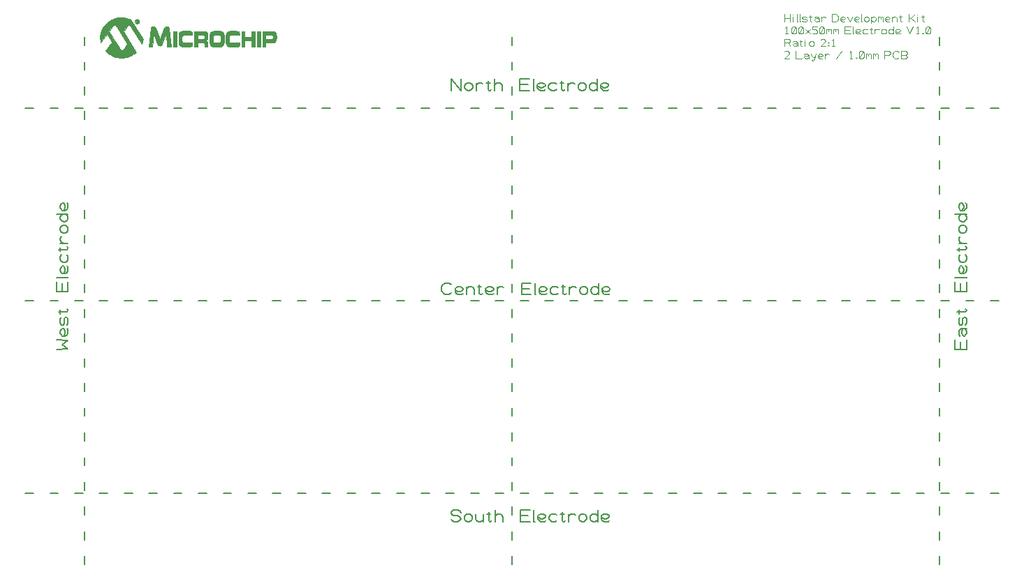
<source format=gbr>
G04 GENERATED BY PULSONIX 7.0 GERBER.DLL 4573*
%INHILLSTAR_100X50_EL_V1_0*%
%LNGERBER_SILKSCREEN_TOP*%
%FSLAX33Y33*%
%IPPOS*%
%LPD*%
%OFA0B0*%
%MOMM*%
%ADD15C,0.125*%
%ADD17C,0.200*%
%ADD1845C,0.010*%
X0Y0D02*
D02*
D15*
X162859Y160845D02*
X162859Y161727D01*
Y161286D02*
X163594Y161286D01*
Y160845D02*
X163594Y161727D01*
X163871Y160845D02*
X163871Y161433D01*
Y161654D02*
X163872Y161655D01*
X164482Y160845D02*
X164409Y160845D01*
Y161727*
X164795Y160845D02*
X164721Y160845D01*
Y161727*
X165034Y160919D02*
X165181Y160845D01*
X165475*
X165622Y160919*
Y161066*
X165475Y161139*
X165181*
X165034Y161213*
Y161360*
X165181Y161433*
X165475*
X165622Y161360*
X165884Y161433D02*
X166178Y161433D01*
X166031Y161580D02*
X166031Y160919D01*
X166104Y160845*
X166178*
X166251Y160919*
X166509Y161360D02*
X166656Y161433D01*
X166876*
X167023Y161360*
X167097Y161213*
Y160992*
X167023Y160919*
X166876Y160845*
X166729*
X166582Y160919*
X166509Y160992*
Y161066*
X166582Y161139*
X166729Y161213*
X166876*
X167023Y161139*
X167097Y161066*
Y160992D02*
X167097Y160845D01*
X167359D02*
X167359Y161433D01*
Y161213D02*
X167432Y161360D01*
X167579Y161433*
X167726*
X167873Y161360*
X168671Y160845D02*
X168671Y161727D01*
X169112*
X169259Y161654*
X169333Y161580*
X169407Y161433*
Y161139*
X169333Y160992*
X169259Y160919*
X169112Y160845*
X168671*
X170272Y160919D02*
X170198Y160845D01*
X170051*
X169904*
X169757Y160919*
X169684Y161066*
Y161286*
X169757Y161360*
X169904Y161433*
X170051*
X170198Y161360*
X170272Y161286*
Y161213*
X170198Y161139*
X170051Y161066*
X169904*
X169757Y161139*
X169684Y161213*
X170534Y161433D02*
X170828Y160845D01*
X171122Y161433*
X171972Y160919D02*
X171898Y160845D01*
X171751*
X171604*
X171457Y160919*
X171384Y161066*
Y161286*
X171457Y161360*
X171604Y161433*
X171751*
X171898Y161360*
X171972Y161286*
Y161213*
X171898Y161139*
X171751Y161066*
X171604*
X171457Y161139*
X171384Y161213*
X172307Y160845D02*
X172234Y160845D01*
Y161727*
X172546Y161066D02*
X172620Y160919D01*
X172767Y160845*
X172914*
X173061Y160919*
X173134Y161066*
Y161213*
X173061Y161360*
X172914Y161433*
X172767*
X172620Y161360*
X172546Y161213*
Y161066*
X173396Y161433D02*
X173396Y160625D01*
Y161066D02*
X173470Y160919D01*
X173617Y160845*
X173764*
X173911Y160919*
X173984Y161066*
Y161213*
X173911Y161360*
X173764Y161433*
X173617*
X173470Y161360*
X173396Y161213*
Y161066*
X174246Y160845D02*
X174246Y161433D01*
Y161360D02*
X174320Y161433D01*
X174467*
X174540Y161360*
Y161139*
Y161360D02*
X174614Y161433D01*
X174761*
X174834Y161360*
Y160845*
X175684Y160919D02*
X175611Y160845D01*
X175464*
X175317*
X175170Y160919*
X175096Y161066*
Y161286*
X175170Y161360*
X175317Y161433*
X175464*
X175611Y161360*
X175684Y161286*
Y161213*
X175611Y161139*
X175464Y161066*
X175317*
X175170Y161139*
X175096Y161213*
X175946Y160845D02*
X175946Y161433D01*
Y161213D02*
X176020Y161360D01*
X176167Y161433*
X176314*
X176461Y161360*
X176534Y161213*
Y160845*
X176796Y161433D02*
X177090Y161433D01*
X176943Y161580D02*
X176943Y160919D01*
X177017Y160845*
X177090*
X177164Y160919*
X177959Y160845D02*
X177959Y161727D01*
Y161286D02*
X178179Y161286D01*
X178694Y161727*
X178179Y161286D02*
X178694Y160845D01*
X178971D02*
X178971Y161433D01*
Y161654D02*
X178972Y161655D01*
X179509Y161433D02*
X179803Y161433D01*
X179656Y161580D02*
X179656Y160919D01*
X179729Y160845*
X179803*
X179876Y160919*
X163006Y159345D02*
X163300Y159345D01*
X163153D02*
X163153Y160227D01*
X163006Y160080*
X163782Y159419D02*
X163929Y159345D01*
X164076*
X164223Y159419*
X164297Y159566*
Y160007*
X164223Y160154*
X164076Y160227*
X163929*
X163782Y160154*
X163709Y160007*
Y159566*
X163782Y159419*
X164223Y160154*
X164632Y159419D02*
X164779Y159345D01*
X164926*
X165073Y159419*
X165147Y159566*
Y160007*
X165073Y160154*
X164926Y160227*
X164779*
X164632Y160154*
X164559Y160007*
Y159566*
X164632Y159419*
X165073Y160154*
X165409Y159345D02*
X165997Y159933D01*
Y159345D02*
X165409Y159933D01*
X166259Y159419D02*
X166406Y159345D01*
X166626*
X166773Y159419*
X166847Y159566*
Y159639*
X166773Y159786*
X166626Y159860*
X166259*
Y160227*
X166847*
X167182Y159419D02*
X167329Y159345D01*
X167476*
X167623Y159419*
X167697Y159566*
Y160007*
X167623Y160154*
X167476Y160227*
X167329*
X167182Y160154*
X167109Y160007*
Y159566*
X167182Y159419*
X167623Y160154*
X167959Y159345D02*
X167959Y159933D01*
Y159860D02*
X168032Y159933D01*
X168179*
X168253Y159860*
Y159639*
Y159860D02*
X168326Y159933D01*
X168473*
X168547Y159860*
Y159345*
X168809D02*
X168809Y159933D01*
Y159860D02*
X168882Y159933D01*
X169029*
X169103Y159860*
Y159639*
Y159860D02*
X169176Y159933D01*
X169323*
X169397Y159860*
Y159345*
X170196D02*
X170196Y160227D01*
X170932*
X170784Y159786D02*
X170196Y159786D01*
Y159345D02*
X170932Y159345D01*
X171282D02*
X171209Y159345D01*
Y160227*
X172109Y159419D02*
X172036Y159345D01*
X171889*
X171742*
X171595Y159419*
X171521Y159566*
Y159786*
X171595Y159860*
X171742Y159933*
X171889*
X172036Y159860*
X172109Y159786*
Y159713*
X172036Y159639*
X171889Y159566*
X171742*
X171595Y159639*
X171521Y159713*
X172959Y159860D02*
X172812Y159933D01*
X172592*
X172445Y159860*
X172371Y159713*
Y159566*
X172445Y159419*
X172592Y159345*
X172812*
X172959Y159419*
X173221Y159933D02*
X173515Y159933D01*
X173368Y160080D02*
X173368Y159419D01*
X173442Y159345*
X173515*
X173589Y159419*
X173846Y159345D02*
X173846Y159933D01*
Y159713D02*
X173920Y159860D01*
X174067Y159933*
X174214*
X174361Y159860*
X174621Y159566D02*
X174695Y159419D01*
X174842Y159345*
X174989*
X175136Y159419*
X175209Y159566*
Y159713*
X175136Y159860*
X174989Y159933*
X174842*
X174695Y159860*
X174621Y159713*
Y159566*
X176059Y159713D02*
X175986Y159860D01*
X175839Y159933*
X175692*
X175545Y159860*
X175471Y159713*
Y159566*
X175545Y159419*
X175692Y159345*
X175839*
X175986Y159419*
X176059Y159566*
Y159345D02*
X176059Y160227D01*
X176909Y159419D02*
X176836Y159345D01*
X176689*
X176542*
X176395Y159419*
X176321Y159566*
Y159786*
X176395Y159860*
X176542Y159933*
X176689*
X176836Y159860*
X176909Y159786*
Y159713*
X176836Y159639*
X176689Y159566*
X176542*
X176395Y159639*
X176321Y159713*
X177709Y160227D02*
X178076Y159345D01*
X178444Y160227*
X178868Y159345D02*
X179162Y159345D01*
X179015D02*
X179015Y160227D01*
X178868Y160080*
X179645Y159345D02*
X179718Y159419D01*
X179645Y159492*
X179571Y159419*
X179645Y159345*
X180032Y159419D02*
X180179Y159345D01*
X180326*
X180473Y159419*
X180547Y159566*
Y160007*
X180473Y160154*
X180326Y160227*
X180179*
X180032Y160154*
X179959Y160007*
Y159566*
X180032Y159419*
X180473Y160154*
X162859Y157845D02*
X162859Y158727D01*
X163373*
X163520Y158654*
X163594Y158507*
X163520Y158360*
X163373Y158286*
X162859*
X163373D02*
X163594Y157845D01*
X163871Y158360D02*
X164018Y158433D01*
X164239*
X164386Y158360*
X164459Y158213*
Y157992*
X164386Y157919*
X164239Y157845*
X164092*
X163945Y157919*
X163871Y157992*
Y158066*
X163945Y158139*
X164092Y158213*
X164239*
X164386Y158139*
X164459Y158066*
Y157992D02*
X164459Y157845D01*
X164721Y158433D02*
X165015Y158433D01*
X164868Y158580D02*
X164868Y157919D01*
X164942Y157845*
X165015*
X165089Y157919*
X165346Y157845D02*
X165346Y158433D01*
Y158654D02*
X165347Y158655D01*
X165884Y158066D02*
X165957Y157919D01*
X166104Y157845*
X166251*
X166398Y157919*
X166472Y158066*
Y158213*
X166398Y158360*
X166251Y158433*
X166104*
X165957Y158360*
X165884Y158213*
Y158066*
X167859Y157845D02*
X167271Y157845D01*
X167786Y158360*
X167859Y158507*
X167786Y158654*
X167639Y158727*
X167418*
X167271Y158654*
X168195Y157845D02*
X168268Y157919D01*
X168195Y157992*
X168121Y157919*
X168195Y157845*
Y158213D02*
X168268Y158286D01*
X168195Y158360*
X168121Y158286*
X168195Y158213*
X168656Y157845D02*
X168950Y157845D01*
X168803D02*
X168803Y158727D01*
X168656Y158580*
X163447Y156345D02*
X162859Y156345D01*
X163373Y156860*
X163447Y157007*
X163373Y157154*
X163226Y157227*
X163006*
X162859Y157154*
X164246Y157227D02*
X164246Y156345D01*
X164982*
X165259Y156860D02*
X165406Y156933D01*
X165626*
X165773Y156860*
X165847Y156713*
Y156492*
X165773Y156419*
X165626Y156345*
X165479*
X165332Y156419*
X165259Y156492*
Y156566*
X165332Y156639*
X165479Y156713*
X165626*
X165773Y156639*
X165847Y156566*
Y156492D02*
X165847Y156345D01*
X166109Y156933D02*
X166182Y156639D01*
X166329Y156492*
X166476*
X166623Y156639*
X166697Y156933*
X166623Y156639D02*
X166550Y156345D01*
X166476Y156198*
X166329Y156125*
X166182Y156198*
X167547Y156419D02*
X167473Y156345D01*
X167326*
X167179*
X167032Y156419*
X166959Y156566*
Y156786*
X167032Y156860*
X167179Y156933*
X167326*
X167473Y156860*
X167547Y156786*
Y156713*
X167473Y156639*
X167326Y156566*
X167179*
X167032Y156639*
X166959Y156713*
X167809Y156345D02*
X167809Y156933D01*
Y156713D02*
X167882Y156860D01*
X168029Y156933*
X168176*
X168323Y156860*
X169121Y156345D02*
X169857Y157227D01*
X170818Y156345D02*
X171112Y156345D01*
X170965D02*
X170965Y157227D01*
X170818Y157080*
X171595Y156345D02*
X171668Y156419D01*
X171595Y156492*
X171521Y156419*
X171595Y156345*
X171982Y156419D02*
X172129Y156345D01*
X172276*
X172423Y156419*
X172497Y156566*
Y157007*
X172423Y157154*
X172276Y157227*
X172129*
X171982Y157154*
X171909Y157007*
Y156566*
X171982Y156419*
X172423Y157154*
X172759Y156345D02*
X172759Y156933D01*
Y156860D02*
X172832Y156933D01*
X172979*
X173053Y156860*
Y156639*
Y156860D02*
X173126Y156933D01*
X173273*
X173347Y156860*
Y156345*
X173609D02*
X173609Y156933D01*
Y156860D02*
X173682Y156933D01*
X173829*
X173903Y156860*
Y156639*
Y156860D02*
X173976Y156933D01*
X174123*
X174197Y156860*
Y156345*
X174996D02*
X174996Y157227D01*
X175511*
X175658Y157154*
X175732Y157007*
X175658Y156860*
X175511Y156786*
X174996*
X176744Y156492D02*
X176670Y156419D01*
X176523Y156345*
X176303*
X176156Y156419*
X176082Y156492*
X176009Y156639*
Y156933*
X176082Y157080*
X176156Y157154*
X176303Y157227*
X176523*
X176670Y157154*
X176744Y157080*
X177536Y156786D02*
X177683Y156713D01*
X177757Y156566*
X177683Y156419*
X177536Y156345*
X177021*
Y157227*
X177536*
X177683Y157154*
X177757Y157007*
X177683Y156860*
X177536Y156786*
X177021*
D02*
D17*
X70859Y103550D02*
X71859D01*
X73859D02*
X74859D01*
X76859D02*
X77859D01*
X79859D02*
X80859D01*
X82859D02*
X83859D01*
X85859D02*
X86859D01*
X88859D02*
X89859D01*
X91859D02*
X92859D01*
X94859D02*
X95859D01*
X97859D02*
X98859D01*
X100859D02*
X101859D01*
X103859D02*
X104859D01*
X106859D02*
X107859D01*
X109859D02*
X110859D01*
X112859D02*
X113859D01*
X115859D02*
X116859D01*
X118859D02*
X119859D01*
X121859D02*
X122859D01*
X124859D02*
X125859D01*
X127859D02*
X128859D01*
X130859D02*
X131859D01*
X133859D02*
X134859D01*
X136859D02*
X137859D01*
X139859D02*
X140859D01*
X142859D02*
X143859D01*
X145859D02*
X146859D01*
X148859D02*
X149859D01*
X151859D02*
X152859D01*
X154859D02*
X155859D01*
X157859D02*
X158859D01*
X160859D02*
X161859D01*
X163859D02*
X164859D01*
X166859D02*
X167859D01*
X169859D02*
X170859D01*
X172859D02*
X173859D01*
X175859D02*
X176859D01*
X178859D02*
X179859D01*
X181859D02*
X182859D01*
X184859D02*
X185859D01*
X187859D02*
X188859D01*
X70859Y126950D02*
X71859D01*
X73859D02*
X74859D01*
X76859D02*
X77859D01*
X79859D02*
X80859D01*
X82859D02*
X83859D01*
X85859D02*
X86859D01*
X88859D02*
X89859D01*
X91859D02*
X92859D01*
X94859D02*
X95859D01*
X97859D02*
X98859D01*
X100859D02*
X101859D01*
X103859D02*
X104859D01*
X106859D02*
X107859D01*
X109859D02*
X110859D01*
X112859D02*
X113859D01*
X115859D02*
X116859D01*
X118859D02*
X119859D01*
X121859D02*
X122859D01*
X124859D02*
X125859D01*
X127859D02*
X128859D01*
X130859D02*
X131859D01*
X133859D02*
X134859D01*
X136859D02*
X137859D01*
X139859D02*
X140859D01*
X142859D02*
X143859D01*
X145859D02*
X146859D01*
X148859D02*
X149859D01*
X151859D02*
X152859D01*
X154859D02*
X155859D01*
X157859D02*
X158859D01*
X160859D02*
X161859D01*
X163859D02*
X164859D01*
X166859D02*
X167859D01*
X169859D02*
X170859D01*
X172859D02*
X173859D01*
X175859D02*
X176859D01*
X178859D02*
X179859D01*
X181859D02*
X182859D01*
X184859D02*
X185859D01*
X187859D02*
X188859D01*
X70859Y150350D02*
X71859D01*
X73859D02*
X74859D01*
X76859D02*
X77859D01*
X79859D02*
X80859D01*
X82859D02*
X83859D01*
X85859D02*
X86859D01*
X88859D02*
X89859D01*
X91859D02*
X92859D01*
X94859D02*
X95859D01*
X97859D02*
X98859D01*
X100859D02*
X101859D01*
X103859D02*
X104859D01*
X106859D02*
X107859D01*
X109859D02*
X110859D01*
X112859D02*
X113859D01*
X115859D02*
X116859D01*
X118859D02*
X119859D01*
X121859D02*
X122859D01*
X124859D02*
X125859D01*
X127859D02*
X128859D01*
X130859D02*
X131859D01*
X133859D02*
X134859D01*
X136859D02*
X137859D01*
X139859D02*
X140859D01*
X142859D02*
X143859D01*
X145859D02*
X146859D01*
X148859D02*
X149859D01*
X151859D02*
X152859D01*
X154859D02*
X155859D01*
X157859D02*
X158859D01*
X160859D02*
X161859D01*
X163859D02*
X164859D01*
X166859D02*
X167859D01*
X169859D02*
X170859D01*
X172859D02*
X173859D01*
X175859D02*
X176859D01*
X178859D02*
X179859D01*
X181859D02*
X182859D01*
X184859D02*
X185859D01*
X187859D02*
X188859D01*
X74644Y121040D02*
X76056Y121157D01*
X75350Y121628*
X76056Y122098*
X74644Y122216*
X75938Y123601D02*
X76056Y123483D01*
Y123248*
Y123012*
X75938Y122777*
X75703Y122660*
X75350*
X75232Y122777*
X75115Y123012*
Y123248*
X75232Y123483*
X75350Y123601*
X75468*
X75585Y123483*
X75703Y123248*
Y123012*
X75585Y122777*
X75468Y122660*
X75938Y124020D02*
X76056Y124255D01*
Y124725*
X75938Y124961*
X75703*
X75585Y124725*
Y124255*
X75468Y124020*
X75232*
X75115Y124255*
Y124725*
X75232Y124961*
X75115Y125380D02*
X75115Y125850D01*
X74879Y125615D02*
X75938Y125615D01*
X76056Y125732*
Y125850*
X75938Y125968*
X76056Y128100D02*
X74644Y128100D01*
Y129276*
X75350Y129041D02*
X75350Y128100D01*
X76056D02*
X76056Y129276D01*
Y129837D02*
X76056Y129720D01*
X74644*
X75938Y131161D02*
X76056Y131043D01*
Y130808*
Y130572*
X75938Y130337*
X75703Y130220*
X75350*
X75232Y130337*
X75115Y130572*
Y130808*
X75232Y131043*
X75350Y131161*
X75468*
X75585Y131043*
X75703Y130808*
Y130572*
X75585Y130337*
X75468Y130220*
X75232Y132521D02*
X75115Y132285D01*
Y131932*
X75232Y131697*
X75468Y131580*
X75703*
X75938Y131697*
X76056Y131932*
Y132285*
X75938Y132521*
X75115Y132940D02*
X75115Y133410D01*
X74879Y133175D02*
X75938Y133175D01*
X76056Y133292*
Y133410*
X75938Y133528*
X76056Y133940D02*
X75115Y133940D01*
X75468D02*
X75232Y134057D01*
X75115Y134292*
Y134528*
X75232Y134763*
X75703Y135180D02*
X75938Y135297D01*
X76056Y135532*
Y135768*
X75938Y136003*
X75703Y136121*
X75468*
X75232Y136003*
X75115Y135768*
Y135532*
X75232Y135297*
X75468Y135180*
X75703*
X75468Y137481D02*
X75232Y137363D01*
X75115Y137128*
Y136892*
X75232Y136657*
X75468Y136540*
X75703*
X75938Y136657*
X76056Y136892*
Y137128*
X75938Y137363*
X75703Y137481*
X76056D02*
X74644Y137481D01*
X75938Y138841D02*
X76056Y138723D01*
Y138488*
Y138252*
X75938Y138017*
X75703Y137900*
X75350*
X75232Y138017*
X75115Y138252*
Y138488*
X75232Y138723*
X75350Y138841*
X75468*
X75585Y138723*
X75703Y138488*
Y138252*
X75585Y138017*
X75468Y137900*
X78059Y94950D02*
Y95950D01*
Y97950D02*
Y98950D01*
Y100950D02*
Y101950D01*
Y103950D02*
Y104950D01*
Y106950D02*
Y107950D01*
Y109950D02*
Y110950D01*
Y112950D02*
Y113950D01*
Y115950D02*
Y116950D01*
Y118950D02*
Y119950D01*
Y121950D02*
Y122950D01*
Y124950D02*
Y125950D01*
Y127950D02*
Y128950D01*
Y130950D02*
Y131950D01*
Y133950D02*
Y134950D01*
Y136950D02*
Y137950D01*
Y139950D02*
Y140950D01*
Y142950D02*
Y143950D01*
Y145950D02*
Y146950D01*
Y148950D02*
Y149950D01*
Y151950D02*
Y152950D01*
Y154950D02*
Y155950D01*
Y157950D02*
Y158950D01*
X129859Y94950D02*
Y95950D01*
Y97950D02*
Y98950D01*
Y100950D02*
Y101950D01*
Y103950D02*
Y104950D01*
Y106950D02*
Y107950D01*
Y109950D02*
Y110950D01*
Y112950D02*
Y113950D01*
Y115950D02*
Y116950D01*
Y118950D02*
Y119950D01*
Y121950D02*
Y122950D01*
Y124950D02*
Y125950D01*
Y127950D02*
Y128950D01*
Y130950D02*
Y131950D01*
Y133950D02*
Y134950D01*
Y136950D02*
Y137950D01*
Y139950D02*
Y140950D01*
Y142950D02*
Y143950D01*
Y145950D02*
Y146950D01*
Y148950D02*
Y149950D01*
Y151950D02*
Y152950D01*
Y154950D02*
Y155950D01*
Y157950D02*
Y158950D01*
X122525Y127938D02*
X122408Y127820D01*
X122172Y127702*
X121819*
X121584Y127820*
X121466Y127938*
X121349Y128173*
Y128644*
X121466Y128879*
X121584Y128997*
X121819Y129114*
X122172*
X122408Y128997*
X122525Y128879*
X123910Y127820D02*
X123792Y127702D01*
X123557*
X123322*
X123086Y127820*
X122969Y128055*
Y128408*
X123086Y128526*
X123322Y128644*
X123557*
X123792Y128526*
X123910Y128408*
Y128291*
X123792Y128173*
X123557Y128055*
X123322*
X123086Y128173*
X122969Y128291*
X124329Y127702D02*
X124329Y128644D01*
Y128291D02*
X124446Y128526D01*
X124682Y128644*
X124917*
X125152Y128526*
X125270Y128291*
Y127702*
X125689Y128644D02*
X126159Y128644D01*
X125924Y128879D02*
X125924Y127820D01*
X126042Y127702*
X126159*
X126277Y127820*
X127630D02*
X127512Y127702D01*
X127277*
X127042*
X126806Y127820*
X126689Y128055*
Y128408*
X126806Y128526*
X127042Y128644*
X127277*
X127512Y128526*
X127630Y128408*
Y128291*
X127512Y128173*
X127277Y128055*
X127042*
X126806Y128173*
X126689Y128291*
X128049Y127702D02*
X128049Y128644D01*
Y128291D02*
X128166Y128526D01*
X128402Y128644*
X128637*
X128872Y128526*
X131009Y127702D02*
X131009Y129114D01*
X132185*
X131950Y128408D02*
X131009Y128408D01*
Y127702D02*
X132185Y127702D01*
X132746D02*
X132629Y127702D01*
Y129114*
X134070Y127820D02*
X133952Y127702D01*
X133717*
X133482*
X133246Y127820*
X133129Y128055*
Y128408*
X133246Y128526*
X133482Y128644*
X133717*
X133952Y128526*
X134070Y128408*
Y128291*
X133952Y128173*
X133717Y128055*
X133482*
X133246Y128173*
X133129Y128291*
X135430Y128526D02*
X135195Y128644D01*
X134842*
X134606Y128526*
X134489Y128291*
Y128055*
X134606Y127820*
X134842Y127702*
X135195*
X135430Y127820*
X135849Y128644D02*
X136319Y128644D01*
X136084Y128879D02*
X136084Y127820D01*
X136202Y127702*
X136319*
X136437Y127820*
X136849Y127702D02*
X136849Y128644D01*
Y128291D02*
X136966Y128526D01*
X137202Y128644*
X137437*
X137672Y128526*
X138089Y128055D02*
X138206Y127820D01*
X138442Y127702*
X138677*
X138912Y127820*
X139030Y128055*
Y128291*
X138912Y128526*
X138677Y128644*
X138442*
X138206Y128526*
X138089Y128291*
Y128055*
X140390Y128291D02*
X140272Y128526D01*
X140037Y128644*
X139802*
X139566Y128526*
X139449Y128291*
Y128055*
X139566Y127820*
X139802Y127702*
X140037*
X140272Y127820*
X140390Y128055*
Y127702D02*
X140390Y129114D01*
X141750Y127820D02*
X141632Y127702D01*
X141397*
X141162*
X140926Y127820*
X140809Y128055*
Y128408*
X140926Y128526*
X141162Y128644*
X141397*
X141632Y128526*
X141750Y128408*
Y128291*
X141632Y128173*
X141397Y128055*
X141162*
X140926Y128173*
X140809Y128291*
X122469Y100490D02*
X122586Y100255D01*
X122822Y100137*
X123292*
X123528Y100255*
X123645Y100490*
X123528Y100726*
X123292Y100843*
X122822*
X122586Y100961*
X122469Y101196*
X122586Y101432*
X122822Y101549*
X123292*
X123528Y101432*
X123645Y101196*
X124089Y100490D02*
X124206Y100255D01*
X124442Y100137*
X124677*
X124912Y100255*
X125030Y100490*
Y100726*
X124912Y100961*
X124677Y101079*
X124442*
X124206Y100961*
X124089Y100726*
Y100490*
X125449Y101079D02*
X125449Y100490D01*
X125566Y100255*
X125802Y100137*
X126037*
X126272Y100255*
X126390Y100490*
Y101079D02*
X126390Y100137D01*
X126809Y101079D02*
X127279Y101079D01*
X127044Y101314D02*
X127044Y100255D01*
X127162Y100137*
X127279*
X127397Y100255*
X127809Y100137D02*
X127809Y101549D01*
Y100726D02*
X127926Y100961D01*
X128162Y101079*
X128397*
X128632Y100961*
X128750Y100726*
Y100137*
X130889D02*
X130889Y101549D01*
X132065*
X131830Y100843D02*
X130889Y100843D01*
Y100137D02*
X132065Y100137D01*
X132626D02*
X132509Y100137D01*
Y101549*
X133950Y100255D02*
X133832Y100137D01*
X133597*
X133362*
X133126Y100255*
X133009Y100490*
Y100843*
X133126Y100961*
X133362Y101079*
X133597*
X133832Y100961*
X133950Y100843*
Y100726*
X133832Y100608*
X133597Y100490*
X133362*
X133126Y100608*
X133009Y100726*
X135310Y100961D02*
X135075Y101079D01*
X134722*
X134486Y100961*
X134369Y100726*
Y100490*
X134486Y100255*
X134722Y100137*
X135075*
X135310Y100255*
X135729Y101079D02*
X136199Y101079D01*
X135964Y101314D02*
X135964Y100255D01*
X136082Y100137*
X136199*
X136317Y100255*
X136729Y100137D02*
X136729Y101079D01*
Y100726D02*
X136846Y100961D01*
X137082Y101079*
X137317*
X137552Y100961*
X137969Y100490D02*
X138086Y100255D01*
X138322Y100137*
X138557*
X138792Y100255*
X138910Y100490*
Y100726*
X138792Y100961*
X138557Y101079*
X138322*
X138086Y100961*
X137969Y100726*
Y100490*
X140270Y100726D02*
X140152Y100961D01*
X139917Y101079*
X139682*
X139446Y100961*
X139329Y100726*
Y100490*
X139446Y100255*
X139682Y100137*
X139917*
X140152Y100255*
X140270Y100490*
Y100137D02*
X140270Y101549D01*
X141630Y100255D02*
X141512Y100137D01*
X141277*
X141042*
X140806Y100255*
X140689Y100490*
Y100843*
X140806Y100961*
X141042Y101079*
X141277*
X141512Y100961*
X141630Y100843*
Y100726*
X141512Y100608*
X141277Y100490*
X141042*
X140806Y100608*
X140689Y100726*
X122529Y152467D02*
X122529Y153879D01*
X123705Y152467*
Y153879*
X124149Y152820D02*
X124266Y152585D01*
X124502Y152467*
X124737*
X124972Y152585*
X125090Y152820*
Y153056*
X124972Y153291*
X124737Y153409*
X124502*
X124266Y153291*
X124149Y153056*
Y152820*
X125509Y152467D02*
X125509Y153409D01*
Y153056D02*
X125626Y153291D01*
X125862Y153409*
X126097*
X126332Y153291*
X126749Y153409D02*
X127219Y153409D01*
X126984Y153644D02*
X126984Y152585D01*
X127102Y152467*
X127219*
X127337Y152585*
X127749Y152467D02*
X127749Y153879D01*
Y153056D02*
X127866Y153291D01*
X128102Y153409*
X128337*
X128572Y153291*
X128690Y153056*
Y152467*
X130829D02*
X130829Y153879D01*
X132005*
X131770Y153173D02*
X130829Y153173D01*
Y152467D02*
X132005Y152467D01*
X132566D02*
X132449Y152467D01*
Y153879*
X133890Y152585D02*
X133772Y152467D01*
X133537*
X133302*
X133066Y152585*
X132949Y152820*
Y153173*
X133066Y153291*
X133302Y153409*
X133537*
X133772Y153291*
X133890Y153173*
Y153056*
X133772Y152938*
X133537Y152820*
X133302*
X133066Y152938*
X132949Y153056*
X135250Y153291D02*
X135015Y153409D01*
X134662*
X134426Y153291*
X134309Y153056*
Y152820*
X134426Y152585*
X134662Y152467*
X135015*
X135250Y152585*
X135669Y153409D02*
X136139Y153409D01*
X135904Y153644D02*
X135904Y152585D01*
X136022Y152467*
X136139*
X136257Y152585*
X136669Y152467D02*
X136669Y153409D01*
Y153056D02*
X136786Y153291D01*
X137022Y153409*
X137257*
X137492Y153291*
X137909Y152820D02*
X138026Y152585D01*
X138262Y152467*
X138497*
X138732Y152585*
X138850Y152820*
Y153056*
X138732Y153291*
X138497Y153409*
X138262*
X138026Y153291*
X137909Y153056*
Y152820*
X140210Y153056D02*
X140092Y153291D01*
X139857Y153409*
X139622*
X139386Y153291*
X139269Y153056*
Y152820*
X139386Y152585*
X139622Y152467*
X139857*
X140092Y152585*
X140210Y152820*
Y152467D02*
X140210Y153879D01*
X141570Y152585D02*
X141452Y152467D01*
X141217*
X140982*
X140746Y152585*
X140629Y152820*
Y153173*
X140746Y153291*
X140982Y153409*
X141217*
X141452Y153291*
X141570Y153173*
Y153056*
X141452Y152938*
X141217Y152820*
X140982*
X140746Y152938*
X140629Y153056*
X181659Y94950D02*
Y95950D01*
Y97950D02*
Y98950D01*
Y100950D02*
Y101950D01*
Y103950D02*
Y104950D01*
Y106950D02*
Y107950D01*
Y109950D02*
Y110950D01*
Y112950D02*
Y113950D01*
Y115950D02*
Y116950D01*
Y118950D02*
Y119950D01*
Y121950D02*
Y122950D01*
Y124950D02*
Y125950D01*
Y127950D02*
Y128950D01*
Y130950D02*
Y131950D01*
Y133950D02*
Y134950D01*
Y136950D02*
Y137950D01*
Y139950D02*
Y140950D01*
Y142950D02*
Y143950D01*
Y145950D02*
Y146950D01*
Y148950D02*
Y149950D01*
Y151950D02*
Y152950D01*
Y154950D02*
Y155950D01*
Y157950D02*
Y158950D01*
X184956Y121040D02*
X183544Y121040D01*
Y122216*
X184250Y121981D02*
X184250Y121040D01*
X184956D02*
X184956Y122216D01*
X184132Y122660D02*
X184015Y122895D01*
Y123248*
X184132Y123483*
X184368Y123601*
X184720*
X184838Y123483*
X184956Y123248*
Y123012*
X184838Y122777*
X184720Y122660*
X184603*
X184485Y122777*
X184368Y123012*
Y123248*
X184485Y123483*
X184603Y123601*
X184720D02*
X184956Y123601D01*
X184838Y124020D02*
X184956Y124255D01*
Y124725*
X184838Y124961*
X184603*
X184485Y124725*
Y124255*
X184368Y124020*
X184132*
X184015Y124255*
Y124725*
X184132Y124961*
X184015Y125380D02*
X184015Y125850D01*
X183779Y125615D02*
X184838Y125615D01*
X184956Y125732*
Y125850*
X184838Y125968*
X184956Y128100D02*
X183544Y128100D01*
Y129276*
X184250Y129041D02*
X184250Y128100D01*
X184956D02*
X184956Y129276D01*
Y129837D02*
X184956Y129720D01*
X183544*
X184838Y131161D02*
X184956Y131043D01*
Y130808*
Y130572*
X184838Y130337*
X184603Y130220*
X184250*
X184132Y130337*
X184015Y130572*
Y130808*
X184132Y131043*
X184250Y131161*
X184368*
X184485Y131043*
X184603Y130808*
Y130572*
X184485Y130337*
X184368Y130220*
X184132Y132521D02*
X184015Y132285D01*
Y131932*
X184132Y131697*
X184368Y131580*
X184603*
X184838Y131697*
X184956Y131932*
Y132285*
X184838Y132521*
X184015Y132940D02*
X184015Y133410D01*
X183779Y133175D02*
X184838Y133175D01*
X184956Y133292*
Y133410*
X184838Y133528*
X184956Y133940D02*
X184015Y133940D01*
X184368D02*
X184132Y134057D01*
X184015Y134292*
Y134528*
X184132Y134763*
X184603Y135180D02*
X184838Y135297D01*
X184956Y135532*
Y135768*
X184838Y136003*
X184603Y136121*
X184368*
X184132Y136003*
X184015Y135768*
Y135532*
X184132Y135297*
X184368Y135180*
X184603*
X184368Y137481D02*
X184132Y137363D01*
X184015Y137128*
Y136892*
X184132Y136657*
X184368Y136540*
X184603*
X184838Y136657*
X184956Y136892*
Y137128*
X184838Y137363*
X184603Y137481*
X184956D02*
X183544Y137481D01*
X184838Y138841D02*
X184956Y138723D01*
Y138488*
Y138252*
X184838Y138017*
X184603Y137900*
X184250*
X184132Y138017*
X184015Y138252*
Y138488*
X184132Y138723*
X184250Y138841*
X184368*
X184485Y138723*
X184603Y138488*
Y138252*
X184485Y138017*
X184368Y137900*
D02*
D1845*
X84448Y161083D02*
G75*
G03Y160517J-283D01*
G01*
G75*
G03Y161083J283*
G01*
X84447Y161036D02*
G75*
G03Y160564J-236D01*
G01*
G75*
G03Y161036J236*
G01*
X84165Y160800D02*
G36*
G75*
G03X84448Y160517I283D01*
G01*
G75*
G03X84731Y160800J283*
G01*
X84683*
G75*
G02X84447Y160564I-236*
G01*
G75*
G02X84211Y160800J236*
G01*
X84165*
G37*
X84211D02*
G36*
G75*
G02X84447Y161036I236D01*
G01*
G75*
G02X84683Y160800J-236*
G01*
X84731*
G75*
G03X84448Y161083I-283*
G01*
G75*
G03X84165Y160800J-283*
G01*
X84211*
G37*
X84580Y160645D02*
X84490Y160785D01*
X84530Y160795*
X84555Y160810*
X84570Y160840*
X84575Y160875*
X84570Y160910*
X84550Y160940*
X84515Y160955*
X84465Y160960*
X84340*
Y160645*
X84385*
Y160780*
X84445*
X84525Y160645*
X84580*
X84520Y160875D02*
X84515Y160855D01*
X84500Y160840*
X84480Y160825*
X84445Y160820*
X84385*
Y160925*
X84455*
X84485Y160920*
X84505Y160910*
X84520Y160895*
Y160875*
X84340Y160872D02*
G36*
Y160645D01*
X84385*
Y160780*
X84445*
X84525Y160645*
X84580*
X84490Y160785*
X84530Y160795*
X84555Y160810*
X84570Y160840*
X84574Y160872*
X84519*
X84515Y160855*
X84500Y160840*
X84480Y160825*
X84445Y160820*
X84385*
Y160872*
X84340*
G37*
X84385D02*
G36*
Y160925D01*
X84455*
X84485Y160920*
X84505Y160910*
X84520Y160895*
Y160875*
X84519Y160872*
X84574*
X84575Y160875*
X84570Y160910*
X84550Y160940*
X84515Y160955*
X84465Y160960*
X84340*
Y160872*
X84385*
G37*
X85130Y158690D02*
X85120Y158600D01*
X85110Y158520*
X85095Y158455*
X85085Y158405*
X85070Y158355*
X85050Y158290*
X85025Y158210*
X84995Y158115*
X83660Y160215*
X83630Y160255*
X83600Y160290*
X83570Y160320*
X83540Y160345*
X83480Y160375*
X83445Y160380*
X83415Y160385*
X83355Y160370*
X83300Y160340*
X83245Y160295*
X83190Y160225*
X82750Y159605*
X84315Y157125*
X84115Y156965*
X84010Y156890*
X83800Y156760*
X83690Y156705*
X83580Y156655*
X83350Y156565*
X83230Y156530*
X83110Y156500*
X82990Y156480*
X82865Y156460*
X82740Y156445*
X82480Y156435*
X82345Y156440*
X82215Y156445*
X82085Y156465*
X81960Y156485*
X81835Y156510*
X81715Y156545*
X81595Y156585*
X81475Y156635*
X81360Y156685*
X81250Y156745*
X81140Y156810*
X81030Y156880*
X80925Y156960*
X80820Y157045*
X80720Y157135*
X80620Y157230*
X81300Y158165*
X81320Y158205*
X81335Y158245*
X81345Y158335*
X81335Y158365*
X81320Y158405*
X81295Y158450*
X81265Y158505*
X80765Y159290*
X80030Y158255*
X79990Y158415*
X79960Y158580*
X79945Y158755*
X79940Y158930*
X79950Y159170*
X79965Y159285*
X79985Y159400*
X80010Y159510*
X80040Y159620*
X80080Y159730*
X80120Y159835*
X80170Y159935*
X80220Y160040*
X80280Y160135*
X80345Y160235*
X80415Y160330*
X80490Y160420*
X80660Y160600*
X80760Y160690*
X80860Y160775*
X80960Y160850*
X81065Y160925*
X81175Y160990*
X81290Y161050*
X81400Y161105*
X81520Y161155*
X81640Y161200*
X81765Y161235*
X81890Y161265*
X82020Y161295*
X82150Y161315*
X82285Y161330*
X82565Y161340*
X82685Y161335*
X82810Y161325*
X82935Y161305*
X83065Y161280*
X83195Y161245*
X83330Y161205*
X83465Y161155*
X83600Y161100*
X85130Y158690*
X83225Y158139D02*
X81905Y160224D01*
X81880Y160264*
X81850Y160299*
X81825Y160329*
X81765Y160369*
X81730Y160384*
X81700Y160389*
X81665Y160394*
X81610Y160384*
X81550Y160354*
X81495Y160304*
X81435Y160234*
X80995Y159614*
X82325Y157529*
X82355Y157484*
X82385Y157444*
X82410Y157409*
X82435Y157384*
X82460Y157364*
X82485Y157349*
X82510Y157339*
X82530Y157334*
X82600Y157344*
X82660Y157369*
X82715Y157414*
X82765Y157474*
X83225Y158139*
X81036Y158864D02*
G36*
X81265Y158505D01*
X81295Y158450*
X81320Y158405*
X81335Y158365*
X81345Y158335*
X81335Y158245*
X81320Y158205*
X81300Y158165*
X80620Y157230*
X80720Y157135*
X80820Y157045*
X80925Y156960*
X81030Y156880*
X81140Y156810*
X81250Y156745*
X81360Y156685*
X81475Y156635*
X81595Y156585*
X81715Y156545*
X81835Y156510*
X81960Y156485*
X82085Y156465*
X82215Y156445*
X82345Y156440*
X82480Y156435*
X82740Y156445*
X82865Y156460*
X82990Y156480*
X83110Y156500*
X83230Y156530*
X83350Y156565*
X83580Y156655*
X83690Y156705*
X83800Y156760*
X84010Y156890*
X84115Y156965*
X84315Y157125*
X83217Y158864*
X82766*
X83225Y158139*
X82765Y157474*
X82715Y157414*
X82660Y157369*
X82600Y157344*
X82530Y157334*
X82510Y157339*
X82485Y157349*
X82460Y157364*
X82435Y157384*
X82410Y157409*
X82385Y157444*
X82355Y157484*
X82325Y157529*
X81474Y158864*
X81036*
G37*
X81474D02*
G36*
X80995Y159614D01*
X81435Y160234*
X81495Y160304*
X81550Y160354*
X81610Y160384*
X81665Y160394*
X81700Y160389*
X81730Y160384*
X81765Y160369*
X81825Y160329*
X81850Y160299*
X81880Y160264*
X81905Y160224*
X82766Y158864*
X83217*
X82750Y159605*
X83190Y160225*
X83245Y160295*
X83300Y160340*
X83355Y160370*
X83415Y160385*
X83445Y160380*
X83480Y160375*
X83540Y160345*
X83570Y160320*
X83600Y160290*
X83630Y160255*
X83660Y160215*
X84995Y158115*
X85025Y158210*
X85050Y158290*
X85070Y158355*
X85085Y158405*
X85095Y158455*
X85110Y158520*
X85120Y158600*
X85130Y158690*
X83600Y161100*
X83465Y161155*
X83330Y161205*
X83195Y161245*
X83065Y161280*
X82935Y161305*
X82810Y161325*
X82685Y161335*
X82565Y161340*
X82285Y161330*
X82150Y161315*
X82020Y161295*
X81890Y161265*
X81765Y161235*
X81640Y161200*
X81520Y161155*
X81400Y161105*
X81290Y161050*
X81175Y160990*
X81065Y160925*
X80960Y160850*
X80860Y160775*
X80760Y160690*
X80660Y160600*
X80490Y160420*
X80415Y160330*
X80345Y160235*
X80280Y160135*
X80220Y160040*
X80170Y159935*
X80120Y159835*
X80080Y159730*
X80040Y159620*
X80010Y159510*
X79985Y159400*
X79965Y159285*
X79950Y159170*
X79940Y158930*
X79945Y158755*
X79960Y158580*
X79990Y158415*
X80030Y158255*
X80765Y159290*
X81036Y158864*
X81474*
G37*
X88535Y157800D02*
X88080D01*
X87950Y159370*
X87945*
X87465Y158115*
X87440Y158065*
X87415Y158025*
X87385Y157985*
X87350Y157955*
X87315Y157930*
X87275Y157915*
X87230Y157905*
X87180Y157900*
X87130Y157905*
X87085Y157915*
X87045Y157930*
X87010Y157955*
X86975Y157985*
X86945Y158025*
X86920Y158065*
X86895Y158115*
X86425Y159350*
X86420*
X86285Y157800*
X85820*
X86055Y160005*
X86065Y160055*
X86085Y160100*
X86110Y160145*
X86140Y160185*
X86180Y160225*
X86220Y160250*
X86265Y160265*
X86310Y160270*
X86370Y160265*
X86420Y160255*
X86470Y160235*
X86515Y160210*
X86555Y160175*
X86590Y160130*
X86620Y160085*
X86645Y160025*
X87180Y158685*
X87185*
X87715Y160025*
X87740Y160085*
X87810Y160175*
X87850Y160210*
X87890Y160235*
X87940Y160255*
X87990Y160265*
X88050Y160270*
X88095Y160265*
X88140Y160250*
X88180Y160220*
X88220Y160185*
X88250Y160140*
X88275Y160090*
X88295Y160040*
X88305Y159980*
X88535Y157800*
G36*
X88080*
X87950Y159370*
X87945*
X87465Y158115*
X87440Y158065*
X87415Y158025*
X87385Y157985*
X87350Y157955*
X87315Y157930*
X87275Y157915*
X87230Y157905*
X87180Y157900*
X87130Y157905*
X87085Y157915*
X87045Y157930*
X87010Y157955*
X86975Y157985*
X86945Y158025*
X86920Y158065*
X86895Y158115*
X86425Y159350*
X86420*
X86285Y157800*
X85820*
X86055Y160005*
X86065Y160055*
X86085Y160100*
X86110Y160145*
X86140Y160185*
X86180Y160225*
X86220Y160250*
X86265Y160265*
X86310Y160270*
X86370Y160265*
X86420Y160255*
X86470Y160235*
X86515Y160210*
X86555Y160175*
X86590Y160130*
X86620Y160085*
X86645Y160025*
X87180Y158685*
X87185*
X87715Y160025*
X87740Y160085*
X87810Y160175*
X87850Y160210*
X87890Y160235*
X87940Y160255*
X87990Y160265*
X88050Y160270*
X88095Y160265*
X88140Y160250*
X88180Y160220*
X88220Y160185*
X88250Y160140*
X88275Y160090*
X88295Y160040*
X88305Y159980*
X88535Y157800*
G37*
X89205D02*
X88780D01*
Y159665*
X89205*
Y157800*
G36*
X88780*
Y159665*
X89205*
Y157800*
G37*
X91105Y158260D02*
Y158190D01*
X91100Y158130*
X91095Y158075*
X91090Y158025*
X91085Y157985*
X91075Y157950*
X91065Y157920*
X91050Y157895*
X91030Y157870*
X91000Y157845*
X90970Y157825*
X90930Y157810*
X90885Y157795*
X90835Y157785*
X90775Y157780*
X90005*
X89880Y157785*
X89775Y157805*
X89690Y157840*
X89620Y157885*
X89580Y157930*
X89545Y157980*
X89515Y158040*
X89490Y158105*
X89470Y158180*
X89455Y158265*
X89450Y158355*
X89445Y158455*
Y159010*
X89450Y159100*
X89455Y159185*
X89465Y159265*
X89480Y159335*
X89500Y159395*
X89520Y159450*
X89550Y159500*
X89580Y159540*
X89615Y159575*
X89655Y159605*
X89700Y159630*
X89750Y159650*
X89810Y159665*
X89870Y159675*
X89935Y159685*
X90820*
X90870Y159680*
X90915Y159670*
X90955Y159650*
X90990Y159630*
X91020Y159605*
X91040Y159575*
X91060Y159540*
X91070Y159500*
X91080Y159445*
X91085Y159375*
X91090Y159295*
Y159195*
X90085*
X90010Y159190*
X89955Y159170*
X89910Y159135*
X89880Y159085*
X89865Y159040*
X89855Y158985*
X89850Y158915*
Y158570*
X89855Y158510*
X89860Y158460*
X89865Y158415*
X89875Y158380*
X89890Y158350*
X89905Y158325*
X89920Y158305*
X89950Y158285*
X89985Y158270*
X90025Y158260*
X91105*
G36*
Y158190*
X91100Y158130*
X91095Y158075*
X91090Y158025*
X91085Y157985*
X91075Y157950*
X91065Y157920*
X91050Y157895*
X91030Y157870*
X91000Y157845*
X90970Y157825*
X90930Y157810*
X90885Y157795*
X90835Y157785*
X90775Y157780*
X90005*
X89880Y157785*
X89775Y157805*
X89690Y157840*
X89620Y157885*
X89580Y157930*
X89545Y157980*
X89515Y158040*
X89490Y158105*
X89470Y158180*
X89455Y158265*
X89450Y158355*
X89445Y158455*
Y159010*
X89450Y159100*
X89455Y159185*
X89465Y159265*
X89480Y159335*
X89500Y159395*
X89520Y159450*
X89550Y159500*
X89580Y159540*
X89615Y159575*
X89655Y159605*
X89700Y159630*
X89750Y159650*
X89810Y159665*
X89870Y159675*
X89935Y159685*
X90820*
X90870Y159680*
X90915Y159670*
X90955Y159650*
X90990Y159630*
X91020Y159605*
X91040Y159575*
X91060Y159540*
X91070Y159500*
X91080Y159445*
X91085Y159375*
X91090Y159295*
Y159195*
X90085*
X90010Y159190*
X89955Y159170*
X89910Y159135*
X89880Y159085*
X89865Y159040*
X89855Y158985*
X89850Y158915*
Y158570*
X89855Y158510*
X89860Y158460*
X89865Y158415*
X89875Y158380*
X89890Y158350*
X89905Y158325*
X89920Y158305*
X89950Y158285*
X89985Y158270*
X90025Y158260*
X91105*
G37*
X92590Y158895D02*
Y159005D01*
X92585Y159065*
X92575Y159115*
X92560Y159150*
X92535Y159175*
X92515Y159185*
X92490Y159195*
X92455Y159200*
X91730*
Y158750*
X92480*
X92510Y158760*
X92535Y158775*
X92555Y158790*
X92570Y158815*
X92580Y158850*
X92590Y158895*
X92975Y158995D02*
X92970Y158905D01*
X92965Y158825*
X92950Y158755*
X92935Y158700*
X92905Y158645*
X92865Y158600*
X92815Y158560*
X92750Y158535*
Y158530*
X92805Y158510*
X92845Y158480*
X92885Y158445*
X92915Y158395*
X92940Y158340*
X92955Y158275*
X92965Y158200*
X92970Y158115*
Y157800*
X92575*
Y158085*
X92570Y158130*
X92565Y158170*
X92555Y158200*
X92535Y158235*
X92505Y158265*
X92465Y158280*
X92415Y158285*
X91730*
Y157800*
X91340*
Y159665*
X92590*
X92680Y159660*
X92760Y159635*
X92825Y159595*
X92880Y159540*
X92900Y159505*
X92920Y159465*
X92935Y159420*
X92950Y159370*
X92960Y159315*
X92970Y159185*
X92975Y159115*
Y158995*
X92589Y158895D02*
Y159005D01*
X92584Y159065*
X92574Y159115*
X92559Y159150*
X92534Y159175*
X92514Y159185*
X92489Y159195*
X92454Y159200*
X91729*
Y158750*
X92479*
X92509Y158760*
X92534Y158775*
X92554Y158790*
X92569Y158815*
X92579Y158850*
X92589Y158895*
X91340Y158975D02*
G36*
Y157800D01*
X91730*
Y158285*
X92415*
X92465Y158280*
X92505Y158265*
X92535Y158235*
X92555Y158200*
X92565Y158170*
X92570Y158130*
X92575Y158085*
Y157800*
X92970*
Y158115*
X92965Y158200*
X92955Y158275*
X92940Y158340*
X92915Y158395*
X92885Y158445*
X92845Y158480*
X92805Y158510*
X92750Y158530*
Y158535*
X92815Y158560*
X92865Y158600*
X92905Y158645*
X92935Y158700*
X92950Y158755*
X92965Y158825*
X92970Y158905*
X92973Y158975*
X92589*
Y158895*
X92579Y158850*
X92569Y158815*
X92554Y158790*
X92534Y158775*
X92509Y158760*
X92479Y158750*
X91729*
Y158975*
X91340*
G37*
X91729D02*
G36*
Y159200D01*
X92454*
X92489Y159195*
X92514Y159185*
X92534Y159175*
X92559Y159150*
X92574Y159115*
X92584Y159065*
X92589Y159005*
Y158975*
X92973*
X92975Y158995*
Y159115*
X92970Y159185*
X92960Y159315*
X92950Y159370*
X92935Y159420*
X92920Y159465*
X92900Y159505*
X92880Y159540*
X92825Y159595*
X92760Y159635*
X92680Y159660*
X92590Y159665*
X91340*
Y158975*
X91729*
G37*
X94955Y159095D02*
Y158365D01*
X94945Y158280*
X94935Y158200*
X94920Y158130*
X94895Y158065*
X94870Y158005*
X94840Y157955*
X94810Y157910*
X94735Y157855*
X94640Y157810*
X94530Y157785*
X94395Y157780*
X93690*
X93620Y157790*
X93555Y157805*
X93495Y157825*
X93440Y157850*
X93390Y157880*
X93350Y157920*
X93315Y157960*
X93290Y158000*
X93250Y158100*
X93235Y158160*
X93225Y158225*
X93215Y158295*
X93210Y158375*
Y159120*
X93220Y159220*
X93240Y159310*
X93260Y159390*
X93290Y159460*
X93325Y159520*
X93370Y159570*
X93420Y159610*
X93485Y159640*
X93565Y159665*
X93660Y159680*
X93770Y159685*
X94470*
X94545Y159675*
X94610Y159660*
X94665Y159640*
X94720Y159615*
X94765Y159585*
X94805Y159550*
X94840Y159505*
X94870Y159465*
X94910Y159365*
X94925Y159305*
X94940Y159240*
X94950Y159170*
X94955Y159095*
X94554Y158629D02*
Y158834D01*
X94549Y158929*
X94539Y159009*
X94519Y159074*
X94494Y159124*
X94459Y159159*
X94419Y159184*
X94364Y159199*
X94304Y159204*
X93849*
X93779Y159199*
X93719Y159174*
X93674Y159139*
X93639Y159089*
X93624Y159044*
X93614Y158984*
X93609Y158914*
X93604Y158834*
Y158574*
X93609Y158519*
X93614Y158469*
X93619Y158429*
X93629Y158389*
X93639Y158359*
X93654Y158334*
X93669Y158314*
X93699Y158289*
X93734Y158274*
X93779Y158264*
X93829Y158259*
X94329*
X94399Y158264*
X94454Y158289*
X94499Y158329*
X94529Y158379*
X94539Y158419*
X94544Y158474*
X94549Y158544*
X94554Y158629*
X93210Y158731D02*
G36*
Y158375D01*
X93215Y158295*
X93225Y158225*
X93235Y158160*
X93250Y158100*
X93290Y158000*
X93315Y157960*
X93350Y157920*
X93390Y157880*
X93440Y157850*
X93495Y157825*
X93555Y157805*
X93620Y157790*
X93690Y157780*
X94395*
X94530Y157785*
X94640Y157810*
X94735Y157855*
X94810Y157910*
X94840Y157955*
X94870Y158005*
X94895Y158065*
X94920Y158130*
X94935Y158200*
X94945Y158280*
X94955Y158365*
Y158731*
X94554*
Y158629*
X94549Y158544*
X94544Y158474*
X94539Y158419*
X94529Y158379*
X94499Y158329*
X94454Y158289*
X94399Y158264*
X94329Y158259*
X93829*
X93779Y158264*
X93734Y158274*
X93699Y158289*
X93669Y158314*
X93654Y158334*
X93639Y158359*
X93629Y158389*
X93619Y158429*
X93614Y158469*
X93609Y158519*
X93604Y158574*
Y158731*
X93210*
G37*
X93604D02*
G36*
Y158834D01*
X93609Y158914*
X93614Y158984*
X93624Y159044*
X93639Y159089*
X93674Y159139*
X93719Y159174*
X93779Y159199*
X93849Y159204*
X94304*
X94364Y159199*
X94419Y159184*
X94459Y159159*
X94494Y159124*
X94519Y159074*
X94539Y159009*
X94549Y158929*
X94554Y158834*
Y158731*
X94955*
Y159095*
X94950Y159170*
X94940Y159240*
X94925Y159305*
X94910Y159365*
X94870Y159465*
X94840Y159505*
X94805Y159550*
X94765Y159585*
X94720Y159615*
X94665Y159640*
X94610Y159660*
X94545Y159675*
X94470Y159685*
X93770*
X93660Y159680*
X93565Y159665*
X93485Y159640*
X93420Y159610*
X93370Y159570*
X93325Y159520*
X93290Y159460*
X93260Y159390*
X93240Y159310*
X93220Y159220*
X93210Y159120*
Y158731*
X93604*
G37*
X96830Y158255D02*
Y158190D01*
X96825Y158130*
X96820Y158075*
X96815Y158025*
X96810Y157985*
X96800Y157950*
X96785Y157920*
X96775Y157895*
X96755Y157870*
X96725Y157845*
X96690Y157820*
X96650Y157805*
X96605Y157790*
X96555Y157780*
X96495Y157775*
X95650*
X95580Y157785*
X95515Y157800*
X95455Y157820*
X95400Y157845*
X95355Y157875*
X95315Y157915*
X95280Y157955*
X95250Y157995*
X95210Y158095*
X95195Y158155*
X95180Y158220*
X95175Y158290*
X95165Y158450*
Y159010*
X95170Y159095*
X95175Y159170*
X95180Y159240*
X95195Y159305*
X95210Y159365*
X95250Y159465*
X95280Y159505*
X95315Y159550*
X95355Y159585*
X95400Y159615*
X95455Y159640*
X95515Y159660*
X95580Y159675*
X95650Y159685*
X96385*
X96470Y159680*
X96540Y159675*
X96600Y159665*
X96645Y159660*
X96680Y159650*
X96705Y159640*
X96730Y159615*
X96755Y159585*
X96770Y159540*
X96785Y159490*
X96795Y159430*
X96805Y159360*
X96810Y159280*
Y159190*
X95805Y159195*
X95735Y159190*
X95675Y159165*
X95635Y159130*
X95600Y159080*
X95585Y159035*
X95575Y158985*
X95570Y158915*
Y158530*
X95580Y158445*
X95595Y158380*
X95615Y158335*
X95645Y158300*
X95685Y158275*
X95735Y158260*
X95795Y158255*
X96830*
G36*
Y158190*
X96825Y158130*
X96820Y158075*
X96815Y158025*
X96810Y157985*
X96800Y157950*
X96785Y157920*
X96775Y157895*
X96755Y157870*
X96725Y157845*
X96690Y157820*
X96650Y157805*
X96605Y157790*
X96555Y157780*
X96495Y157775*
X95650*
X95580Y157785*
X95515Y157800*
X95455Y157820*
X95400Y157845*
X95355Y157875*
X95315Y157915*
X95280Y157955*
X95250Y157995*
X95210Y158095*
X95195Y158155*
X95180Y158220*
X95175Y158290*
X95165Y158450*
Y159010*
X95170Y159095*
X95175Y159170*
X95180Y159240*
X95195Y159305*
X95210Y159365*
X95250Y159465*
X95280Y159505*
X95315Y159550*
X95355Y159585*
X95400Y159615*
X95455Y159640*
X95515Y159660*
X95580Y159675*
X95650Y159685*
X96385*
X96470Y159680*
X96540Y159675*
X96600Y159665*
X96645Y159660*
X96680Y159650*
X96705Y159640*
X96730Y159615*
X96755Y159585*
X96770Y159540*
X96785Y159490*
X96795Y159430*
X96805Y159360*
X96810Y159280*
Y159190*
X95805Y159195*
X95735Y159190*
X95675Y159165*
X95635Y159130*
X95600Y159080*
X95585Y159035*
X95575Y158985*
X95570Y158915*
Y158530*
X95580Y158445*
X95595Y158380*
X95615Y158335*
X95645Y158300*
X95685Y158275*
X95735Y158260*
X95795Y158255*
X96830*
G37*
X98665Y157800D02*
X98270D01*
Y158505*
X97445*
Y157800*
X97060*
Y159665*
X97445*
Y159000*
X98270*
Y159665*
X98665*
Y157800*
G36*
X98270*
Y158505*
X97445*
Y157800*
X97060*
Y159665*
X97445*
Y159000*
X98270*
Y159665*
X98665*
Y157800*
G37*
X99370D02*
X98940D01*
Y159665*
X99370*
Y157800*
G36*
X98940*
Y159665*
X99370*
Y157800*
G37*
X101290Y158870D02*
X101285Y158725D01*
X101270Y158605*
X101240Y158505*
X101200Y158420*
X101150Y158355*
X101090Y158305*
X101015Y158280*
X100930Y158270*
X100010*
Y157800*
X99625*
Y159665*
X100830*
X100945Y159655*
X101040Y159630*
X101120Y159580*
X101185Y159510*
X101210Y159470*
X101230Y159425*
X101250Y159370*
X101265Y159315*
X101285Y159185*
X101290Y159110*
Y158870*
X100889Y158885D02*
Y159005D01*
X100884Y159050*
X100879Y159090*
X100864Y159125*
X100849Y159150*
X100824Y159175*
X100799Y159190*
X100764Y159200*
X100009*
Y158735*
X100759*
X100819Y158745*
X100859Y158785*
X100869Y158810*
X100879Y158845*
X100889Y158885*
X99625Y158967D02*
G36*
Y157800D01*
X100010*
Y158270*
X100930*
X101015Y158280*
X101090Y158305*
X101150Y158355*
X101200Y158420*
X101240Y158505*
X101270Y158605*
X101285Y158725*
X101290Y158870*
Y158967*
X100889*
Y158885*
X100879Y158845*
X100869Y158810*
X100859Y158785*
X100819Y158745*
X100759Y158735*
X100009*
Y158967*
X99625*
G37*
X100009D02*
G36*
Y159200D01*
X100764*
X100799Y159190*
X100824Y159175*
X100849Y159150*
X100864Y159125*
X100879Y159090*
X100884Y159050*
X100889Y159005*
Y158967*
X101290*
Y159110*
X101285Y159185*
X101265Y159315*
X101250Y159370*
X101230Y159425*
X101210Y159470*
X101185Y159510*
X101120Y159580*
X101040Y159630*
X100945Y159655*
X100830Y159665*
X99625*
Y158967*
X100009*
G37*
X0Y0D02*
M02*

</source>
